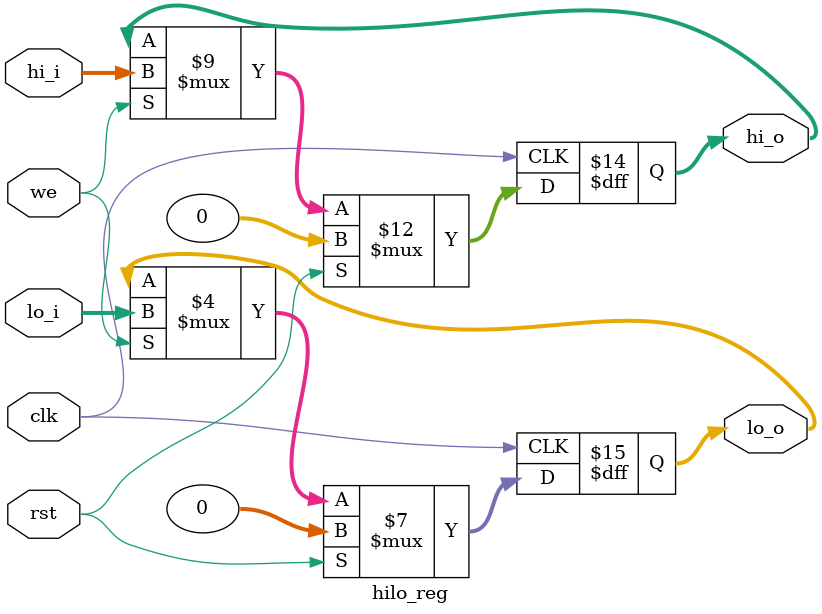
<source format=v>
`timescale 1ns / 1ps
`include "defines.v"

module hilo_reg(

	input wire clk,
	input wire rst,
	
	//Ð´¶Ë¿Ú
	input wire we,//HI¡¢LO¼Ä´æÆ÷Ð´Ê¹ÄÜÐÅºÅ
	input wire[31:0] hi_i,//Ð´ÈëHIµÄÖµ
	input wire[31:0] lo_i,//Ð´ÈëLOµÄÖµ
	
	//¶Á¶Ë¿Ú1
	output reg[31:0] hi_o,//HI¼Ä´æÆ÷µÄÖµ
	output reg[31:0] lo_o//LO¼Ä´æÆ÷µÄÖµ
	
);

	always @ (posedge clk) begin
		if (rst == 1'b1) begin
					hi_o <= 32'h00000000;
					lo_o <= 32'h00000000;
		end else if((we == 1'b1)) begin
					hi_o <= hi_i;
					lo_o <= lo_i;
		end
	end

endmodule
</source>
